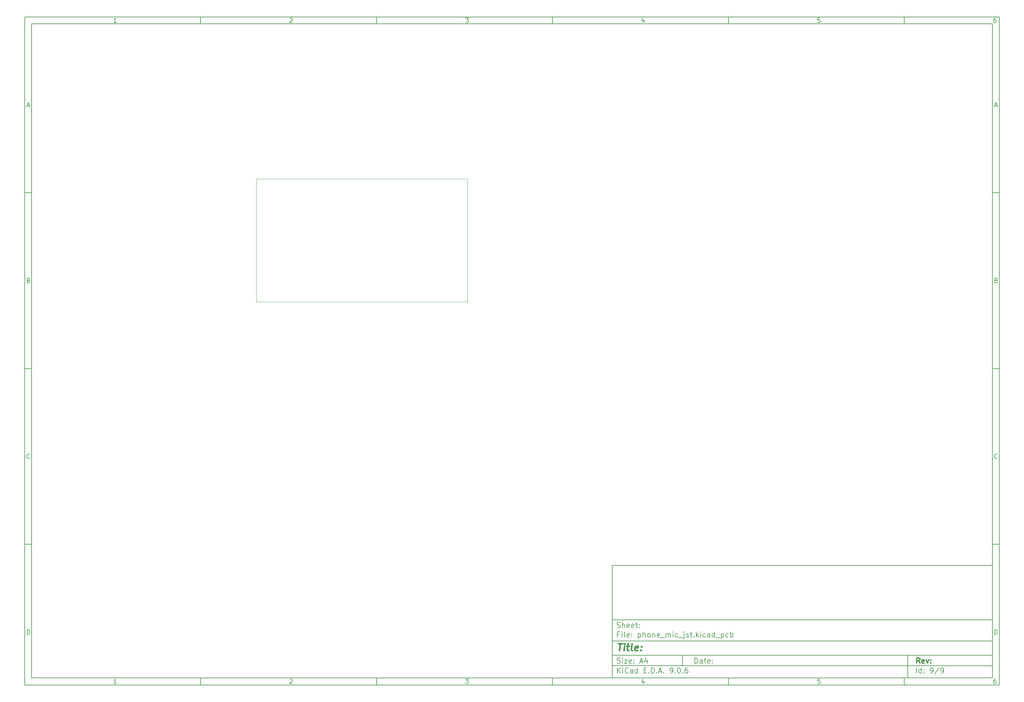
<source format=gm1>
%TF.GenerationSoftware,KiCad,Pcbnew,9.0.6-9.0.6~ubuntu24.04.1*%
%TF.CreationDate,2025-11-30T17:34:31+01:00*%
%TF.ProjectId,phone_mic_jst,70686f6e-655f-46d6-9963-5f6a73742e6b,rev?*%
%TF.SameCoordinates,Original*%
%TF.FileFunction,Profile,NP*%
%FSLAX46Y46*%
G04 Gerber Fmt 4.6, Leading zero omitted, Abs format (unit mm)*
G04 Created by KiCad (PCBNEW 9.0.6-9.0.6~ubuntu24.04.1) date 2025-11-30 17:34:31*
%MOMM*%
%LPD*%
G01*
G04 APERTURE LIST*
%ADD10C,0.100000*%
%ADD11C,0.150000*%
%ADD12C,0.300000*%
%ADD13C,0.400000*%
%TA.AperFunction,Profile*%
%ADD14C,0.050000*%
%TD*%
G04 APERTURE END LIST*
D10*
D11*
X177002200Y-166007200D02*
X285002200Y-166007200D01*
X285002200Y-198007200D01*
X177002200Y-198007200D01*
X177002200Y-166007200D01*
D10*
D11*
X10000000Y-10000000D02*
X287002200Y-10000000D01*
X287002200Y-200007200D01*
X10000000Y-200007200D01*
X10000000Y-10000000D01*
D10*
D11*
X12000000Y-12000000D02*
X285002200Y-12000000D01*
X285002200Y-198007200D01*
X12000000Y-198007200D01*
X12000000Y-12000000D01*
D10*
D11*
X60000000Y-12000000D02*
X60000000Y-10000000D01*
D10*
D11*
X110000000Y-12000000D02*
X110000000Y-10000000D01*
D10*
D11*
X160000000Y-12000000D02*
X160000000Y-10000000D01*
D10*
D11*
X210000000Y-12000000D02*
X210000000Y-10000000D01*
D10*
D11*
X260000000Y-12000000D02*
X260000000Y-10000000D01*
D10*
D11*
X36089160Y-11593604D02*
X35346303Y-11593604D01*
X35717731Y-11593604D02*
X35717731Y-10293604D01*
X35717731Y-10293604D02*
X35593922Y-10479319D01*
X35593922Y-10479319D02*
X35470112Y-10603128D01*
X35470112Y-10603128D02*
X35346303Y-10665033D01*
D10*
D11*
X85346303Y-10417414D02*
X85408207Y-10355509D01*
X85408207Y-10355509D02*
X85532017Y-10293604D01*
X85532017Y-10293604D02*
X85841541Y-10293604D01*
X85841541Y-10293604D02*
X85965350Y-10355509D01*
X85965350Y-10355509D02*
X86027255Y-10417414D01*
X86027255Y-10417414D02*
X86089160Y-10541223D01*
X86089160Y-10541223D02*
X86089160Y-10665033D01*
X86089160Y-10665033D02*
X86027255Y-10850747D01*
X86027255Y-10850747D02*
X85284398Y-11593604D01*
X85284398Y-11593604D02*
X86089160Y-11593604D01*
D10*
D11*
X135284398Y-10293604D02*
X136089160Y-10293604D01*
X136089160Y-10293604D02*
X135655826Y-10788842D01*
X135655826Y-10788842D02*
X135841541Y-10788842D01*
X135841541Y-10788842D02*
X135965350Y-10850747D01*
X135965350Y-10850747D02*
X136027255Y-10912652D01*
X136027255Y-10912652D02*
X136089160Y-11036461D01*
X136089160Y-11036461D02*
X136089160Y-11345985D01*
X136089160Y-11345985D02*
X136027255Y-11469795D01*
X136027255Y-11469795D02*
X135965350Y-11531700D01*
X135965350Y-11531700D02*
X135841541Y-11593604D01*
X135841541Y-11593604D02*
X135470112Y-11593604D01*
X135470112Y-11593604D02*
X135346303Y-11531700D01*
X135346303Y-11531700D02*
X135284398Y-11469795D01*
D10*
D11*
X185965350Y-10726938D02*
X185965350Y-11593604D01*
X185655826Y-10231700D02*
X185346303Y-11160271D01*
X185346303Y-11160271D02*
X186151064Y-11160271D01*
D10*
D11*
X236027255Y-10293604D02*
X235408207Y-10293604D01*
X235408207Y-10293604D02*
X235346303Y-10912652D01*
X235346303Y-10912652D02*
X235408207Y-10850747D01*
X235408207Y-10850747D02*
X235532017Y-10788842D01*
X235532017Y-10788842D02*
X235841541Y-10788842D01*
X235841541Y-10788842D02*
X235965350Y-10850747D01*
X235965350Y-10850747D02*
X236027255Y-10912652D01*
X236027255Y-10912652D02*
X236089160Y-11036461D01*
X236089160Y-11036461D02*
X236089160Y-11345985D01*
X236089160Y-11345985D02*
X236027255Y-11469795D01*
X236027255Y-11469795D02*
X235965350Y-11531700D01*
X235965350Y-11531700D02*
X235841541Y-11593604D01*
X235841541Y-11593604D02*
X235532017Y-11593604D01*
X235532017Y-11593604D02*
X235408207Y-11531700D01*
X235408207Y-11531700D02*
X235346303Y-11469795D01*
D10*
D11*
X285965350Y-10293604D02*
X285717731Y-10293604D01*
X285717731Y-10293604D02*
X285593922Y-10355509D01*
X285593922Y-10355509D02*
X285532017Y-10417414D01*
X285532017Y-10417414D02*
X285408207Y-10603128D01*
X285408207Y-10603128D02*
X285346303Y-10850747D01*
X285346303Y-10850747D02*
X285346303Y-11345985D01*
X285346303Y-11345985D02*
X285408207Y-11469795D01*
X285408207Y-11469795D02*
X285470112Y-11531700D01*
X285470112Y-11531700D02*
X285593922Y-11593604D01*
X285593922Y-11593604D02*
X285841541Y-11593604D01*
X285841541Y-11593604D02*
X285965350Y-11531700D01*
X285965350Y-11531700D02*
X286027255Y-11469795D01*
X286027255Y-11469795D02*
X286089160Y-11345985D01*
X286089160Y-11345985D02*
X286089160Y-11036461D01*
X286089160Y-11036461D02*
X286027255Y-10912652D01*
X286027255Y-10912652D02*
X285965350Y-10850747D01*
X285965350Y-10850747D02*
X285841541Y-10788842D01*
X285841541Y-10788842D02*
X285593922Y-10788842D01*
X285593922Y-10788842D02*
X285470112Y-10850747D01*
X285470112Y-10850747D02*
X285408207Y-10912652D01*
X285408207Y-10912652D02*
X285346303Y-11036461D01*
D10*
D11*
X60000000Y-198007200D02*
X60000000Y-200007200D01*
D10*
D11*
X110000000Y-198007200D02*
X110000000Y-200007200D01*
D10*
D11*
X160000000Y-198007200D02*
X160000000Y-200007200D01*
D10*
D11*
X210000000Y-198007200D02*
X210000000Y-200007200D01*
D10*
D11*
X260000000Y-198007200D02*
X260000000Y-200007200D01*
D10*
D11*
X36089160Y-199600804D02*
X35346303Y-199600804D01*
X35717731Y-199600804D02*
X35717731Y-198300804D01*
X35717731Y-198300804D02*
X35593922Y-198486519D01*
X35593922Y-198486519D02*
X35470112Y-198610328D01*
X35470112Y-198610328D02*
X35346303Y-198672233D01*
D10*
D11*
X85346303Y-198424614D02*
X85408207Y-198362709D01*
X85408207Y-198362709D02*
X85532017Y-198300804D01*
X85532017Y-198300804D02*
X85841541Y-198300804D01*
X85841541Y-198300804D02*
X85965350Y-198362709D01*
X85965350Y-198362709D02*
X86027255Y-198424614D01*
X86027255Y-198424614D02*
X86089160Y-198548423D01*
X86089160Y-198548423D02*
X86089160Y-198672233D01*
X86089160Y-198672233D02*
X86027255Y-198857947D01*
X86027255Y-198857947D02*
X85284398Y-199600804D01*
X85284398Y-199600804D02*
X86089160Y-199600804D01*
D10*
D11*
X135284398Y-198300804D02*
X136089160Y-198300804D01*
X136089160Y-198300804D02*
X135655826Y-198796042D01*
X135655826Y-198796042D02*
X135841541Y-198796042D01*
X135841541Y-198796042D02*
X135965350Y-198857947D01*
X135965350Y-198857947D02*
X136027255Y-198919852D01*
X136027255Y-198919852D02*
X136089160Y-199043661D01*
X136089160Y-199043661D02*
X136089160Y-199353185D01*
X136089160Y-199353185D02*
X136027255Y-199476995D01*
X136027255Y-199476995D02*
X135965350Y-199538900D01*
X135965350Y-199538900D02*
X135841541Y-199600804D01*
X135841541Y-199600804D02*
X135470112Y-199600804D01*
X135470112Y-199600804D02*
X135346303Y-199538900D01*
X135346303Y-199538900D02*
X135284398Y-199476995D01*
D10*
D11*
X185965350Y-198734138D02*
X185965350Y-199600804D01*
X185655826Y-198238900D02*
X185346303Y-199167471D01*
X185346303Y-199167471D02*
X186151064Y-199167471D01*
D10*
D11*
X236027255Y-198300804D02*
X235408207Y-198300804D01*
X235408207Y-198300804D02*
X235346303Y-198919852D01*
X235346303Y-198919852D02*
X235408207Y-198857947D01*
X235408207Y-198857947D02*
X235532017Y-198796042D01*
X235532017Y-198796042D02*
X235841541Y-198796042D01*
X235841541Y-198796042D02*
X235965350Y-198857947D01*
X235965350Y-198857947D02*
X236027255Y-198919852D01*
X236027255Y-198919852D02*
X236089160Y-199043661D01*
X236089160Y-199043661D02*
X236089160Y-199353185D01*
X236089160Y-199353185D02*
X236027255Y-199476995D01*
X236027255Y-199476995D02*
X235965350Y-199538900D01*
X235965350Y-199538900D02*
X235841541Y-199600804D01*
X235841541Y-199600804D02*
X235532017Y-199600804D01*
X235532017Y-199600804D02*
X235408207Y-199538900D01*
X235408207Y-199538900D02*
X235346303Y-199476995D01*
D10*
D11*
X285965350Y-198300804D02*
X285717731Y-198300804D01*
X285717731Y-198300804D02*
X285593922Y-198362709D01*
X285593922Y-198362709D02*
X285532017Y-198424614D01*
X285532017Y-198424614D02*
X285408207Y-198610328D01*
X285408207Y-198610328D02*
X285346303Y-198857947D01*
X285346303Y-198857947D02*
X285346303Y-199353185D01*
X285346303Y-199353185D02*
X285408207Y-199476995D01*
X285408207Y-199476995D02*
X285470112Y-199538900D01*
X285470112Y-199538900D02*
X285593922Y-199600804D01*
X285593922Y-199600804D02*
X285841541Y-199600804D01*
X285841541Y-199600804D02*
X285965350Y-199538900D01*
X285965350Y-199538900D02*
X286027255Y-199476995D01*
X286027255Y-199476995D02*
X286089160Y-199353185D01*
X286089160Y-199353185D02*
X286089160Y-199043661D01*
X286089160Y-199043661D02*
X286027255Y-198919852D01*
X286027255Y-198919852D02*
X285965350Y-198857947D01*
X285965350Y-198857947D02*
X285841541Y-198796042D01*
X285841541Y-198796042D02*
X285593922Y-198796042D01*
X285593922Y-198796042D02*
X285470112Y-198857947D01*
X285470112Y-198857947D02*
X285408207Y-198919852D01*
X285408207Y-198919852D02*
X285346303Y-199043661D01*
D10*
D11*
X10000000Y-60000000D02*
X12000000Y-60000000D01*
D10*
D11*
X10000000Y-110000000D02*
X12000000Y-110000000D01*
D10*
D11*
X10000000Y-160000000D02*
X12000000Y-160000000D01*
D10*
D11*
X10690476Y-35222176D02*
X11309523Y-35222176D01*
X10566666Y-35593604D02*
X10999999Y-34293604D01*
X10999999Y-34293604D02*
X11433333Y-35593604D01*
D10*
D11*
X11092857Y-84912652D02*
X11278571Y-84974557D01*
X11278571Y-84974557D02*
X11340476Y-85036461D01*
X11340476Y-85036461D02*
X11402380Y-85160271D01*
X11402380Y-85160271D02*
X11402380Y-85345985D01*
X11402380Y-85345985D02*
X11340476Y-85469795D01*
X11340476Y-85469795D02*
X11278571Y-85531700D01*
X11278571Y-85531700D02*
X11154761Y-85593604D01*
X11154761Y-85593604D02*
X10659523Y-85593604D01*
X10659523Y-85593604D02*
X10659523Y-84293604D01*
X10659523Y-84293604D02*
X11092857Y-84293604D01*
X11092857Y-84293604D02*
X11216666Y-84355509D01*
X11216666Y-84355509D02*
X11278571Y-84417414D01*
X11278571Y-84417414D02*
X11340476Y-84541223D01*
X11340476Y-84541223D02*
X11340476Y-84665033D01*
X11340476Y-84665033D02*
X11278571Y-84788842D01*
X11278571Y-84788842D02*
X11216666Y-84850747D01*
X11216666Y-84850747D02*
X11092857Y-84912652D01*
X11092857Y-84912652D02*
X10659523Y-84912652D01*
D10*
D11*
X11402380Y-135469795D02*
X11340476Y-135531700D01*
X11340476Y-135531700D02*
X11154761Y-135593604D01*
X11154761Y-135593604D02*
X11030952Y-135593604D01*
X11030952Y-135593604D02*
X10845238Y-135531700D01*
X10845238Y-135531700D02*
X10721428Y-135407890D01*
X10721428Y-135407890D02*
X10659523Y-135284080D01*
X10659523Y-135284080D02*
X10597619Y-135036461D01*
X10597619Y-135036461D02*
X10597619Y-134850747D01*
X10597619Y-134850747D02*
X10659523Y-134603128D01*
X10659523Y-134603128D02*
X10721428Y-134479319D01*
X10721428Y-134479319D02*
X10845238Y-134355509D01*
X10845238Y-134355509D02*
X11030952Y-134293604D01*
X11030952Y-134293604D02*
X11154761Y-134293604D01*
X11154761Y-134293604D02*
X11340476Y-134355509D01*
X11340476Y-134355509D02*
X11402380Y-134417414D01*
D10*
D11*
X10659523Y-185593604D02*
X10659523Y-184293604D01*
X10659523Y-184293604D02*
X10969047Y-184293604D01*
X10969047Y-184293604D02*
X11154761Y-184355509D01*
X11154761Y-184355509D02*
X11278571Y-184479319D01*
X11278571Y-184479319D02*
X11340476Y-184603128D01*
X11340476Y-184603128D02*
X11402380Y-184850747D01*
X11402380Y-184850747D02*
X11402380Y-185036461D01*
X11402380Y-185036461D02*
X11340476Y-185284080D01*
X11340476Y-185284080D02*
X11278571Y-185407890D01*
X11278571Y-185407890D02*
X11154761Y-185531700D01*
X11154761Y-185531700D02*
X10969047Y-185593604D01*
X10969047Y-185593604D02*
X10659523Y-185593604D01*
D10*
D11*
X287002200Y-60000000D02*
X285002200Y-60000000D01*
D10*
D11*
X287002200Y-110000000D02*
X285002200Y-110000000D01*
D10*
D11*
X287002200Y-160000000D02*
X285002200Y-160000000D01*
D10*
D11*
X285692676Y-35222176D02*
X286311723Y-35222176D01*
X285568866Y-35593604D02*
X286002199Y-34293604D01*
X286002199Y-34293604D02*
X286435533Y-35593604D01*
D10*
D11*
X286095057Y-84912652D02*
X286280771Y-84974557D01*
X286280771Y-84974557D02*
X286342676Y-85036461D01*
X286342676Y-85036461D02*
X286404580Y-85160271D01*
X286404580Y-85160271D02*
X286404580Y-85345985D01*
X286404580Y-85345985D02*
X286342676Y-85469795D01*
X286342676Y-85469795D02*
X286280771Y-85531700D01*
X286280771Y-85531700D02*
X286156961Y-85593604D01*
X286156961Y-85593604D02*
X285661723Y-85593604D01*
X285661723Y-85593604D02*
X285661723Y-84293604D01*
X285661723Y-84293604D02*
X286095057Y-84293604D01*
X286095057Y-84293604D02*
X286218866Y-84355509D01*
X286218866Y-84355509D02*
X286280771Y-84417414D01*
X286280771Y-84417414D02*
X286342676Y-84541223D01*
X286342676Y-84541223D02*
X286342676Y-84665033D01*
X286342676Y-84665033D02*
X286280771Y-84788842D01*
X286280771Y-84788842D02*
X286218866Y-84850747D01*
X286218866Y-84850747D02*
X286095057Y-84912652D01*
X286095057Y-84912652D02*
X285661723Y-84912652D01*
D10*
D11*
X286404580Y-135469795D02*
X286342676Y-135531700D01*
X286342676Y-135531700D02*
X286156961Y-135593604D01*
X286156961Y-135593604D02*
X286033152Y-135593604D01*
X286033152Y-135593604D02*
X285847438Y-135531700D01*
X285847438Y-135531700D02*
X285723628Y-135407890D01*
X285723628Y-135407890D02*
X285661723Y-135284080D01*
X285661723Y-135284080D02*
X285599819Y-135036461D01*
X285599819Y-135036461D02*
X285599819Y-134850747D01*
X285599819Y-134850747D02*
X285661723Y-134603128D01*
X285661723Y-134603128D02*
X285723628Y-134479319D01*
X285723628Y-134479319D02*
X285847438Y-134355509D01*
X285847438Y-134355509D02*
X286033152Y-134293604D01*
X286033152Y-134293604D02*
X286156961Y-134293604D01*
X286156961Y-134293604D02*
X286342676Y-134355509D01*
X286342676Y-134355509D02*
X286404580Y-134417414D01*
D10*
D11*
X285661723Y-185593604D02*
X285661723Y-184293604D01*
X285661723Y-184293604D02*
X285971247Y-184293604D01*
X285971247Y-184293604D02*
X286156961Y-184355509D01*
X286156961Y-184355509D02*
X286280771Y-184479319D01*
X286280771Y-184479319D02*
X286342676Y-184603128D01*
X286342676Y-184603128D02*
X286404580Y-184850747D01*
X286404580Y-184850747D02*
X286404580Y-185036461D01*
X286404580Y-185036461D02*
X286342676Y-185284080D01*
X286342676Y-185284080D02*
X286280771Y-185407890D01*
X286280771Y-185407890D02*
X286156961Y-185531700D01*
X286156961Y-185531700D02*
X285971247Y-185593604D01*
X285971247Y-185593604D02*
X285661723Y-185593604D01*
D10*
D11*
X200458026Y-193793328D02*
X200458026Y-192293328D01*
X200458026Y-192293328D02*
X200815169Y-192293328D01*
X200815169Y-192293328D02*
X201029455Y-192364757D01*
X201029455Y-192364757D02*
X201172312Y-192507614D01*
X201172312Y-192507614D02*
X201243741Y-192650471D01*
X201243741Y-192650471D02*
X201315169Y-192936185D01*
X201315169Y-192936185D02*
X201315169Y-193150471D01*
X201315169Y-193150471D02*
X201243741Y-193436185D01*
X201243741Y-193436185D02*
X201172312Y-193579042D01*
X201172312Y-193579042D02*
X201029455Y-193721900D01*
X201029455Y-193721900D02*
X200815169Y-193793328D01*
X200815169Y-193793328D02*
X200458026Y-193793328D01*
X202600884Y-193793328D02*
X202600884Y-193007614D01*
X202600884Y-193007614D02*
X202529455Y-192864757D01*
X202529455Y-192864757D02*
X202386598Y-192793328D01*
X202386598Y-192793328D02*
X202100884Y-192793328D01*
X202100884Y-192793328D02*
X201958026Y-192864757D01*
X202600884Y-193721900D02*
X202458026Y-193793328D01*
X202458026Y-193793328D02*
X202100884Y-193793328D01*
X202100884Y-193793328D02*
X201958026Y-193721900D01*
X201958026Y-193721900D02*
X201886598Y-193579042D01*
X201886598Y-193579042D02*
X201886598Y-193436185D01*
X201886598Y-193436185D02*
X201958026Y-193293328D01*
X201958026Y-193293328D02*
X202100884Y-193221900D01*
X202100884Y-193221900D02*
X202458026Y-193221900D01*
X202458026Y-193221900D02*
X202600884Y-193150471D01*
X203100884Y-192793328D02*
X203672312Y-192793328D01*
X203315169Y-192293328D02*
X203315169Y-193579042D01*
X203315169Y-193579042D02*
X203386598Y-193721900D01*
X203386598Y-193721900D02*
X203529455Y-193793328D01*
X203529455Y-193793328D02*
X203672312Y-193793328D01*
X204743741Y-193721900D02*
X204600884Y-193793328D01*
X204600884Y-193793328D02*
X204315170Y-193793328D01*
X204315170Y-193793328D02*
X204172312Y-193721900D01*
X204172312Y-193721900D02*
X204100884Y-193579042D01*
X204100884Y-193579042D02*
X204100884Y-193007614D01*
X204100884Y-193007614D02*
X204172312Y-192864757D01*
X204172312Y-192864757D02*
X204315170Y-192793328D01*
X204315170Y-192793328D02*
X204600884Y-192793328D01*
X204600884Y-192793328D02*
X204743741Y-192864757D01*
X204743741Y-192864757D02*
X204815170Y-193007614D01*
X204815170Y-193007614D02*
X204815170Y-193150471D01*
X204815170Y-193150471D02*
X204100884Y-193293328D01*
X205458026Y-193650471D02*
X205529455Y-193721900D01*
X205529455Y-193721900D02*
X205458026Y-193793328D01*
X205458026Y-193793328D02*
X205386598Y-193721900D01*
X205386598Y-193721900D02*
X205458026Y-193650471D01*
X205458026Y-193650471D02*
X205458026Y-193793328D01*
X205458026Y-192864757D02*
X205529455Y-192936185D01*
X205529455Y-192936185D02*
X205458026Y-193007614D01*
X205458026Y-193007614D02*
X205386598Y-192936185D01*
X205386598Y-192936185D02*
X205458026Y-192864757D01*
X205458026Y-192864757D02*
X205458026Y-193007614D01*
D10*
D11*
X177002200Y-194507200D02*
X285002200Y-194507200D01*
D10*
D11*
X178458026Y-196593328D02*
X178458026Y-195093328D01*
X179315169Y-196593328D02*
X178672312Y-195736185D01*
X179315169Y-195093328D02*
X178458026Y-195950471D01*
X179958026Y-196593328D02*
X179958026Y-195593328D01*
X179958026Y-195093328D02*
X179886598Y-195164757D01*
X179886598Y-195164757D02*
X179958026Y-195236185D01*
X179958026Y-195236185D02*
X180029455Y-195164757D01*
X180029455Y-195164757D02*
X179958026Y-195093328D01*
X179958026Y-195093328D02*
X179958026Y-195236185D01*
X181529455Y-196450471D02*
X181458027Y-196521900D01*
X181458027Y-196521900D02*
X181243741Y-196593328D01*
X181243741Y-196593328D02*
X181100884Y-196593328D01*
X181100884Y-196593328D02*
X180886598Y-196521900D01*
X180886598Y-196521900D02*
X180743741Y-196379042D01*
X180743741Y-196379042D02*
X180672312Y-196236185D01*
X180672312Y-196236185D02*
X180600884Y-195950471D01*
X180600884Y-195950471D02*
X180600884Y-195736185D01*
X180600884Y-195736185D02*
X180672312Y-195450471D01*
X180672312Y-195450471D02*
X180743741Y-195307614D01*
X180743741Y-195307614D02*
X180886598Y-195164757D01*
X180886598Y-195164757D02*
X181100884Y-195093328D01*
X181100884Y-195093328D02*
X181243741Y-195093328D01*
X181243741Y-195093328D02*
X181458027Y-195164757D01*
X181458027Y-195164757D02*
X181529455Y-195236185D01*
X182815170Y-196593328D02*
X182815170Y-195807614D01*
X182815170Y-195807614D02*
X182743741Y-195664757D01*
X182743741Y-195664757D02*
X182600884Y-195593328D01*
X182600884Y-195593328D02*
X182315170Y-195593328D01*
X182315170Y-195593328D02*
X182172312Y-195664757D01*
X182815170Y-196521900D02*
X182672312Y-196593328D01*
X182672312Y-196593328D02*
X182315170Y-196593328D01*
X182315170Y-196593328D02*
X182172312Y-196521900D01*
X182172312Y-196521900D02*
X182100884Y-196379042D01*
X182100884Y-196379042D02*
X182100884Y-196236185D01*
X182100884Y-196236185D02*
X182172312Y-196093328D01*
X182172312Y-196093328D02*
X182315170Y-196021900D01*
X182315170Y-196021900D02*
X182672312Y-196021900D01*
X182672312Y-196021900D02*
X182815170Y-195950471D01*
X184172313Y-196593328D02*
X184172313Y-195093328D01*
X184172313Y-196521900D02*
X184029455Y-196593328D01*
X184029455Y-196593328D02*
X183743741Y-196593328D01*
X183743741Y-196593328D02*
X183600884Y-196521900D01*
X183600884Y-196521900D02*
X183529455Y-196450471D01*
X183529455Y-196450471D02*
X183458027Y-196307614D01*
X183458027Y-196307614D02*
X183458027Y-195879042D01*
X183458027Y-195879042D02*
X183529455Y-195736185D01*
X183529455Y-195736185D02*
X183600884Y-195664757D01*
X183600884Y-195664757D02*
X183743741Y-195593328D01*
X183743741Y-195593328D02*
X184029455Y-195593328D01*
X184029455Y-195593328D02*
X184172313Y-195664757D01*
X186029455Y-195807614D02*
X186529455Y-195807614D01*
X186743741Y-196593328D02*
X186029455Y-196593328D01*
X186029455Y-196593328D02*
X186029455Y-195093328D01*
X186029455Y-195093328D02*
X186743741Y-195093328D01*
X187386598Y-196450471D02*
X187458027Y-196521900D01*
X187458027Y-196521900D02*
X187386598Y-196593328D01*
X187386598Y-196593328D02*
X187315170Y-196521900D01*
X187315170Y-196521900D02*
X187386598Y-196450471D01*
X187386598Y-196450471D02*
X187386598Y-196593328D01*
X188100884Y-196593328D02*
X188100884Y-195093328D01*
X188100884Y-195093328D02*
X188458027Y-195093328D01*
X188458027Y-195093328D02*
X188672313Y-195164757D01*
X188672313Y-195164757D02*
X188815170Y-195307614D01*
X188815170Y-195307614D02*
X188886599Y-195450471D01*
X188886599Y-195450471D02*
X188958027Y-195736185D01*
X188958027Y-195736185D02*
X188958027Y-195950471D01*
X188958027Y-195950471D02*
X188886599Y-196236185D01*
X188886599Y-196236185D02*
X188815170Y-196379042D01*
X188815170Y-196379042D02*
X188672313Y-196521900D01*
X188672313Y-196521900D02*
X188458027Y-196593328D01*
X188458027Y-196593328D02*
X188100884Y-196593328D01*
X189600884Y-196450471D02*
X189672313Y-196521900D01*
X189672313Y-196521900D02*
X189600884Y-196593328D01*
X189600884Y-196593328D02*
X189529456Y-196521900D01*
X189529456Y-196521900D02*
X189600884Y-196450471D01*
X189600884Y-196450471D02*
X189600884Y-196593328D01*
X190243742Y-196164757D02*
X190958028Y-196164757D01*
X190100885Y-196593328D02*
X190600885Y-195093328D01*
X190600885Y-195093328D02*
X191100885Y-196593328D01*
X191600884Y-196450471D02*
X191672313Y-196521900D01*
X191672313Y-196521900D02*
X191600884Y-196593328D01*
X191600884Y-196593328D02*
X191529456Y-196521900D01*
X191529456Y-196521900D02*
X191600884Y-196450471D01*
X191600884Y-196450471D02*
X191600884Y-196593328D01*
X193529456Y-196593328D02*
X193815170Y-196593328D01*
X193815170Y-196593328D02*
X193958027Y-196521900D01*
X193958027Y-196521900D02*
X194029456Y-196450471D01*
X194029456Y-196450471D02*
X194172313Y-196236185D01*
X194172313Y-196236185D02*
X194243742Y-195950471D01*
X194243742Y-195950471D02*
X194243742Y-195379042D01*
X194243742Y-195379042D02*
X194172313Y-195236185D01*
X194172313Y-195236185D02*
X194100885Y-195164757D01*
X194100885Y-195164757D02*
X193958027Y-195093328D01*
X193958027Y-195093328D02*
X193672313Y-195093328D01*
X193672313Y-195093328D02*
X193529456Y-195164757D01*
X193529456Y-195164757D02*
X193458027Y-195236185D01*
X193458027Y-195236185D02*
X193386599Y-195379042D01*
X193386599Y-195379042D02*
X193386599Y-195736185D01*
X193386599Y-195736185D02*
X193458027Y-195879042D01*
X193458027Y-195879042D02*
X193529456Y-195950471D01*
X193529456Y-195950471D02*
X193672313Y-196021900D01*
X193672313Y-196021900D02*
X193958027Y-196021900D01*
X193958027Y-196021900D02*
X194100885Y-195950471D01*
X194100885Y-195950471D02*
X194172313Y-195879042D01*
X194172313Y-195879042D02*
X194243742Y-195736185D01*
X194886598Y-196450471D02*
X194958027Y-196521900D01*
X194958027Y-196521900D02*
X194886598Y-196593328D01*
X194886598Y-196593328D02*
X194815170Y-196521900D01*
X194815170Y-196521900D02*
X194886598Y-196450471D01*
X194886598Y-196450471D02*
X194886598Y-196593328D01*
X195886599Y-195093328D02*
X196029456Y-195093328D01*
X196029456Y-195093328D02*
X196172313Y-195164757D01*
X196172313Y-195164757D02*
X196243742Y-195236185D01*
X196243742Y-195236185D02*
X196315170Y-195379042D01*
X196315170Y-195379042D02*
X196386599Y-195664757D01*
X196386599Y-195664757D02*
X196386599Y-196021900D01*
X196386599Y-196021900D02*
X196315170Y-196307614D01*
X196315170Y-196307614D02*
X196243742Y-196450471D01*
X196243742Y-196450471D02*
X196172313Y-196521900D01*
X196172313Y-196521900D02*
X196029456Y-196593328D01*
X196029456Y-196593328D02*
X195886599Y-196593328D01*
X195886599Y-196593328D02*
X195743742Y-196521900D01*
X195743742Y-196521900D02*
X195672313Y-196450471D01*
X195672313Y-196450471D02*
X195600884Y-196307614D01*
X195600884Y-196307614D02*
X195529456Y-196021900D01*
X195529456Y-196021900D02*
X195529456Y-195664757D01*
X195529456Y-195664757D02*
X195600884Y-195379042D01*
X195600884Y-195379042D02*
X195672313Y-195236185D01*
X195672313Y-195236185D02*
X195743742Y-195164757D01*
X195743742Y-195164757D02*
X195886599Y-195093328D01*
X197029455Y-196450471D02*
X197100884Y-196521900D01*
X197100884Y-196521900D02*
X197029455Y-196593328D01*
X197029455Y-196593328D02*
X196958027Y-196521900D01*
X196958027Y-196521900D02*
X197029455Y-196450471D01*
X197029455Y-196450471D02*
X197029455Y-196593328D01*
X198386599Y-195093328D02*
X198100884Y-195093328D01*
X198100884Y-195093328D02*
X197958027Y-195164757D01*
X197958027Y-195164757D02*
X197886599Y-195236185D01*
X197886599Y-195236185D02*
X197743741Y-195450471D01*
X197743741Y-195450471D02*
X197672313Y-195736185D01*
X197672313Y-195736185D02*
X197672313Y-196307614D01*
X197672313Y-196307614D02*
X197743741Y-196450471D01*
X197743741Y-196450471D02*
X197815170Y-196521900D01*
X197815170Y-196521900D02*
X197958027Y-196593328D01*
X197958027Y-196593328D02*
X198243741Y-196593328D01*
X198243741Y-196593328D02*
X198386599Y-196521900D01*
X198386599Y-196521900D02*
X198458027Y-196450471D01*
X198458027Y-196450471D02*
X198529456Y-196307614D01*
X198529456Y-196307614D02*
X198529456Y-195950471D01*
X198529456Y-195950471D02*
X198458027Y-195807614D01*
X198458027Y-195807614D02*
X198386599Y-195736185D01*
X198386599Y-195736185D02*
X198243741Y-195664757D01*
X198243741Y-195664757D02*
X197958027Y-195664757D01*
X197958027Y-195664757D02*
X197815170Y-195736185D01*
X197815170Y-195736185D02*
X197743741Y-195807614D01*
X197743741Y-195807614D02*
X197672313Y-195950471D01*
D10*
D11*
X177002200Y-191507200D02*
X285002200Y-191507200D01*
D10*
D12*
X264413853Y-193785528D02*
X263913853Y-193071242D01*
X263556710Y-193785528D02*
X263556710Y-192285528D01*
X263556710Y-192285528D02*
X264128139Y-192285528D01*
X264128139Y-192285528D02*
X264270996Y-192356957D01*
X264270996Y-192356957D02*
X264342425Y-192428385D01*
X264342425Y-192428385D02*
X264413853Y-192571242D01*
X264413853Y-192571242D02*
X264413853Y-192785528D01*
X264413853Y-192785528D02*
X264342425Y-192928385D01*
X264342425Y-192928385D02*
X264270996Y-192999814D01*
X264270996Y-192999814D02*
X264128139Y-193071242D01*
X264128139Y-193071242D02*
X263556710Y-193071242D01*
X265628139Y-193714100D02*
X265485282Y-193785528D01*
X265485282Y-193785528D02*
X265199568Y-193785528D01*
X265199568Y-193785528D02*
X265056710Y-193714100D01*
X265056710Y-193714100D02*
X264985282Y-193571242D01*
X264985282Y-193571242D02*
X264985282Y-192999814D01*
X264985282Y-192999814D02*
X265056710Y-192856957D01*
X265056710Y-192856957D02*
X265199568Y-192785528D01*
X265199568Y-192785528D02*
X265485282Y-192785528D01*
X265485282Y-192785528D02*
X265628139Y-192856957D01*
X265628139Y-192856957D02*
X265699568Y-192999814D01*
X265699568Y-192999814D02*
X265699568Y-193142671D01*
X265699568Y-193142671D02*
X264985282Y-193285528D01*
X266199567Y-192785528D02*
X266556710Y-193785528D01*
X266556710Y-193785528D02*
X266913853Y-192785528D01*
X267485281Y-193642671D02*
X267556710Y-193714100D01*
X267556710Y-193714100D02*
X267485281Y-193785528D01*
X267485281Y-193785528D02*
X267413853Y-193714100D01*
X267413853Y-193714100D02*
X267485281Y-193642671D01*
X267485281Y-193642671D02*
X267485281Y-193785528D01*
X267485281Y-192856957D02*
X267556710Y-192928385D01*
X267556710Y-192928385D02*
X267485281Y-192999814D01*
X267485281Y-192999814D02*
X267413853Y-192928385D01*
X267413853Y-192928385D02*
X267485281Y-192856957D01*
X267485281Y-192856957D02*
X267485281Y-192999814D01*
D10*
D11*
X178386598Y-193721900D02*
X178600884Y-193793328D01*
X178600884Y-193793328D02*
X178958026Y-193793328D01*
X178958026Y-193793328D02*
X179100884Y-193721900D01*
X179100884Y-193721900D02*
X179172312Y-193650471D01*
X179172312Y-193650471D02*
X179243741Y-193507614D01*
X179243741Y-193507614D02*
X179243741Y-193364757D01*
X179243741Y-193364757D02*
X179172312Y-193221900D01*
X179172312Y-193221900D02*
X179100884Y-193150471D01*
X179100884Y-193150471D02*
X178958026Y-193079042D01*
X178958026Y-193079042D02*
X178672312Y-193007614D01*
X178672312Y-193007614D02*
X178529455Y-192936185D01*
X178529455Y-192936185D02*
X178458026Y-192864757D01*
X178458026Y-192864757D02*
X178386598Y-192721900D01*
X178386598Y-192721900D02*
X178386598Y-192579042D01*
X178386598Y-192579042D02*
X178458026Y-192436185D01*
X178458026Y-192436185D02*
X178529455Y-192364757D01*
X178529455Y-192364757D02*
X178672312Y-192293328D01*
X178672312Y-192293328D02*
X179029455Y-192293328D01*
X179029455Y-192293328D02*
X179243741Y-192364757D01*
X179886597Y-193793328D02*
X179886597Y-192793328D01*
X179886597Y-192293328D02*
X179815169Y-192364757D01*
X179815169Y-192364757D02*
X179886597Y-192436185D01*
X179886597Y-192436185D02*
X179958026Y-192364757D01*
X179958026Y-192364757D02*
X179886597Y-192293328D01*
X179886597Y-192293328D02*
X179886597Y-192436185D01*
X180458026Y-192793328D02*
X181243741Y-192793328D01*
X181243741Y-192793328D02*
X180458026Y-193793328D01*
X180458026Y-193793328D02*
X181243741Y-193793328D01*
X182386598Y-193721900D02*
X182243741Y-193793328D01*
X182243741Y-193793328D02*
X181958027Y-193793328D01*
X181958027Y-193793328D02*
X181815169Y-193721900D01*
X181815169Y-193721900D02*
X181743741Y-193579042D01*
X181743741Y-193579042D02*
X181743741Y-193007614D01*
X181743741Y-193007614D02*
X181815169Y-192864757D01*
X181815169Y-192864757D02*
X181958027Y-192793328D01*
X181958027Y-192793328D02*
X182243741Y-192793328D01*
X182243741Y-192793328D02*
X182386598Y-192864757D01*
X182386598Y-192864757D02*
X182458027Y-193007614D01*
X182458027Y-193007614D02*
X182458027Y-193150471D01*
X182458027Y-193150471D02*
X181743741Y-193293328D01*
X183100883Y-193650471D02*
X183172312Y-193721900D01*
X183172312Y-193721900D02*
X183100883Y-193793328D01*
X183100883Y-193793328D02*
X183029455Y-193721900D01*
X183029455Y-193721900D02*
X183100883Y-193650471D01*
X183100883Y-193650471D02*
X183100883Y-193793328D01*
X183100883Y-192864757D02*
X183172312Y-192936185D01*
X183172312Y-192936185D02*
X183100883Y-193007614D01*
X183100883Y-193007614D02*
X183029455Y-192936185D01*
X183029455Y-192936185D02*
X183100883Y-192864757D01*
X183100883Y-192864757D02*
X183100883Y-193007614D01*
X184886598Y-193364757D02*
X185600884Y-193364757D01*
X184743741Y-193793328D02*
X185243741Y-192293328D01*
X185243741Y-192293328D02*
X185743741Y-193793328D01*
X186886598Y-192793328D02*
X186886598Y-193793328D01*
X186529455Y-192221900D02*
X186172312Y-193293328D01*
X186172312Y-193293328D02*
X187100883Y-193293328D01*
D10*
D11*
X263458026Y-196593328D02*
X263458026Y-195093328D01*
X264815170Y-196593328D02*
X264815170Y-195093328D01*
X264815170Y-196521900D02*
X264672312Y-196593328D01*
X264672312Y-196593328D02*
X264386598Y-196593328D01*
X264386598Y-196593328D02*
X264243741Y-196521900D01*
X264243741Y-196521900D02*
X264172312Y-196450471D01*
X264172312Y-196450471D02*
X264100884Y-196307614D01*
X264100884Y-196307614D02*
X264100884Y-195879042D01*
X264100884Y-195879042D02*
X264172312Y-195736185D01*
X264172312Y-195736185D02*
X264243741Y-195664757D01*
X264243741Y-195664757D02*
X264386598Y-195593328D01*
X264386598Y-195593328D02*
X264672312Y-195593328D01*
X264672312Y-195593328D02*
X264815170Y-195664757D01*
X265529455Y-196450471D02*
X265600884Y-196521900D01*
X265600884Y-196521900D02*
X265529455Y-196593328D01*
X265529455Y-196593328D02*
X265458027Y-196521900D01*
X265458027Y-196521900D02*
X265529455Y-196450471D01*
X265529455Y-196450471D02*
X265529455Y-196593328D01*
X265529455Y-195664757D02*
X265600884Y-195736185D01*
X265600884Y-195736185D02*
X265529455Y-195807614D01*
X265529455Y-195807614D02*
X265458027Y-195736185D01*
X265458027Y-195736185D02*
X265529455Y-195664757D01*
X265529455Y-195664757D02*
X265529455Y-195807614D01*
X267458027Y-196593328D02*
X267743741Y-196593328D01*
X267743741Y-196593328D02*
X267886598Y-196521900D01*
X267886598Y-196521900D02*
X267958027Y-196450471D01*
X267958027Y-196450471D02*
X268100884Y-196236185D01*
X268100884Y-196236185D02*
X268172313Y-195950471D01*
X268172313Y-195950471D02*
X268172313Y-195379042D01*
X268172313Y-195379042D02*
X268100884Y-195236185D01*
X268100884Y-195236185D02*
X268029456Y-195164757D01*
X268029456Y-195164757D02*
X267886598Y-195093328D01*
X267886598Y-195093328D02*
X267600884Y-195093328D01*
X267600884Y-195093328D02*
X267458027Y-195164757D01*
X267458027Y-195164757D02*
X267386598Y-195236185D01*
X267386598Y-195236185D02*
X267315170Y-195379042D01*
X267315170Y-195379042D02*
X267315170Y-195736185D01*
X267315170Y-195736185D02*
X267386598Y-195879042D01*
X267386598Y-195879042D02*
X267458027Y-195950471D01*
X267458027Y-195950471D02*
X267600884Y-196021900D01*
X267600884Y-196021900D02*
X267886598Y-196021900D01*
X267886598Y-196021900D02*
X268029456Y-195950471D01*
X268029456Y-195950471D02*
X268100884Y-195879042D01*
X268100884Y-195879042D02*
X268172313Y-195736185D01*
X269886598Y-195021900D02*
X268600884Y-196950471D01*
X270458027Y-196593328D02*
X270743741Y-196593328D01*
X270743741Y-196593328D02*
X270886598Y-196521900D01*
X270886598Y-196521900D02*
X270958027Y-196450471D01*
X270958027Y-196450471D02*
X271100884Y-196236185D01*
X271100884Y-196236185D02*
X271172313Y-195950471D01*
X271172313Y-195950471D02*
X271172313Y-195379042D01*
X271172313Y-195379042D02*
X271100884Y-195236185D01*
X271100884Y-195236185D02*
X271029456Y-195164757D01*
X271029456Y-195164757D02*
X270886598Y-195093328D01*
X270886598Y-195093328D02*
X270600884Y-195093328D01*
X270600884Y-195093328D02*
X270458027Y-195164757D01*
X270458027Y-195164757D02*
X270386598Y-195236185D01*
X270386598Y-195236185D02*
X270315170Y-195379042D01*
X270315170Y-195379042D02*
X270315170Y-195736185D01*
X270315170Y-195736185D02*
X270386598Y-195879042D01*
X270386598Y-195879042D02*
X270458027Y-195950471D01*
X270458027Y-195950471D02*
X270600884Y-196021900D01*
X270600884Y-196021900D02*
X270886598Y-196021900D01*
X270886598Y-196021900D02*
X271029456Y-195950471D01*
X271029456Y-195950471D02*
X271100884Y-195879042D01*
X271100884Y-195879042D02*
X271172313Y-195736185D01*
D10*
D11*
X177002200Y-187507200D02*
X285002200Y-187507200D01*
D10*
D13*
X178693928Y-188211638D02*
X179836785Y-188211638D01*
X179015357Y-190211638D02*
X179265357Y-188211638D01*
X180253452Y-190211638D02*
X180420119Y-188878304D01*
X180503452Y-188211638D02*
X180396309Y-188306876D01*
X180396309Y-188306876D02*
X180479643Y-188402114D01*
X180479643Y-188402114D02*
X180586786Y-188306876D01*
X180586786Y-188306876D02*
X180503452Y-188211638D01*
X180503452Y-188211638D02*
X180479643Y-188402114D01*
X181086786Y-188878304D02*
X181848690Y-188878304D01*
X181455833Y-188211638D02*
X181241548Y-189925923D01*
X181241548Y-189925923D02*
X181312976Y-190116400D01*
X181312976Y-190116400D02*
X181491548Y-190211638D01*
X181491548Y-190211638D02*
X181682024Y-190211638D01*
X182634405Y-190211638D02*
X182455833Y-190116400D01*
X182455833Y-190116400D02*
X182384405Y-189925923D01*
X182384405Y-189925923D02*
X182598690Y-188211638D01*
X184170119Y-190116400D02*
X183967738Y-190211638D01*
X183967738Y-190211638D02*
X183586785Y-190211638D01*
X183586785Y-190211638D02*
X183408214Y-190116400D01*
X183408214Y-190116400D02*
X183336785Y-189925923D01*
X183336785Y-189925923D02*
X183432024Y-189164019D01*
X183432024Y-189164019D02*
X183551071Y-188973542D01*
X183551071Y-188973542D02*
X183753452Y-188878304D01*
X183753452Y-188878304D02*
X184134404Y-188878304D01*
X184134404Y-188878304D02*
X184312976Y-188973542D01*
X184312976Y-188973542D02*
X184384404Y-189164019D01*
X184384404Y-189164019D02*
X184360595Y-189354495D01*
X184360595Y-189354495D02*
X183384404Y-189544971D01*
X185134405Y-190021161D02*
X185217738Y-190116400D01*
X185217738Y-190116400D02*
X185110595Y-190211638D01*
X185110595Y-190211638D02*
X185027262Y-190116400D01*
X185027262Y-190116400D02*
X185134405Y-190021161D01*
X185134405Y-190021161D02*
X185110595Y-190211638D01*
X185265357Y-188973542D02*
X185348690Y-189068780D01*
X185348690Y-189068780D02*
X185241548Y-189164019D01*
X185241548Y-189164019D02*
X185158214Y-189068780D01*
X185158214Y-189068780D02*
X185265357Y-188973542D01*
X185265357Y-188973542D02*
X185241548Y-189164019D01*
D10*
D11*
X178958026Y-185607614D02*
X178458026Y-185607614D01*
X178458026Y-186393328D02*
X178458026Y-184893328D01*
X178458026Y-184893328D02*
X179172312Y-184893328D01*
X179743740Y-186393328D02*
X179743740Y-185393328D01*
X179743740Y-184893328D02*
X179672312Y-184964757D01*
X179672312Y-184964757D02*
X179743740Y-185036185D01*
X179743740Y-185036185D02*
X179815169Y-184964757D01*
X179815169Y-184964757D02*
X179743740Y-184893328D01*
X179743740Y-184893328D02*
X179743740Y-185036185D01*
X180672312Y-186393328D02*
X180529455Y-186321900D01*
X180529455Y-186321900D02*
X180458026Y-186179042D01*
X180458026Y-186179042D02*
X180458026Y-184893328D01*
X181815169Y-186321900D02*
X181672312Y-186393328D01*
X181672312Y-186393328D02*
X181386598Y-186393328D01*
X181386598Y-186393328D02*
X181243740Y-186321900D01*
X181243740Y-186321900D02*
X181172312Y-186179042D01*
X181172312Y-186179042D02*
X181172312Y-185607614D01*
X181172312Y-185607614D02*
X181243740Y-185464757D01*
X181243740Y-185464757D02*
X181386598Y-185393328D01*
X181386598Y-185393328D02*
X181672312Y-185393328D01*
X181672312Y-185393328D02*
X181815169Y-185464757D01*
X181815169Y-185464757D02*
X181886598Y-185607614D01*
X181886598Y-185607614D02*
X181886598Y-185750471D01*
X181886598Y-185750471D02*
X181172312Y-185893328D01*
X182529454Y-186250471D02*
X182600883Y-186321900D01*
X182600883Y-186321900D02*
X182529454Y-186393328D01*
X182529454Y-186393328D02*
X182458026Y-186321900D01*
X182458026Y-186321900D02*
X182529454Y-186250471D01*
X182529454Y-186250471D02*
X182529454Y-186393328D01*
X182529454Y-185464757D02*
X182600883Y-185536185D01*
X182600883Y-185536185D02*
X182529454Y-185607614D01*
X182529454Y-185607614D02*
X182458026Y-185536185D01*
X182458026Y-185536185D02*
X182529454Y-185464757D01*
X182529454Y-185464757D02*
X182529454Y-185607614D01*
X184386597Y-185393328D02*
X184386597Y-186893328D01*
X184386597Y-185464757D02*
X184529455Y-185393328D01*
X184529455Y-185393328D02*
X184815169Y-185393328D01*
X184815169Y-185393328D02*
X184958026Y-185464757D01*
X184958026Y-185464757D02*
X185029455Y-185536185D01*
X185029455Y-185536185D02*
X185100883Y-185679042D01*
X185100883Y-185679042D02*
X185100883Y-186107614D01*
X185100883Y-186107614D02*
X185029455Y-186250471D01*
X185029455Y-186250471D02*
X184958026Y-186321900D01*
X184958026Y-186321900D02*
X184815169Y-186393328D01*
X184815169Y-186393328D02*
X184529455Y-186393328D01*
X184529455Y-186393328D02*
X184386597Y-186321900D01*
X185743740Y-186393328D02*
X185743740Y-184893328D01*
X186386598Y-186393328D02*
X186386598Y-185607614D01*
X186386598Y-185607614D02*
X186315169Y-185464757D01*
X186315169Y-185464757D02*
X186172312Y-185393328D01*
X186172312Y-185393328D02*
X185958026Y-185393328D01*
X185958026Y-185393328D02*
X185815169Y-185464757D01*
X185815169Y-185464757D02*
X185743740Y-185536185D01*
X187315169Y-186393328D02*
X187172312Y-186321900D01*
X187172312Y-186321900D02*
X187100883Y-186250471D01*
X187100883Y-186250471D02*
X187029455Y-186107614D01*
X187029455Y-186107614D02*
X187029455Y-185679042D01*
X187029455Y-185679042D02*
X187100883Y-185536185D01*
X187100883Y-185536185D02*
X187172312Y-185464757D01*
X187172312Y-185464757D02*
X187315169Y-185393328D01*
X187315169Y-185393328D02*
X187529455Y-185393328D01*
X187529455Y-185393328D02*
X187672312Y-185464757D01*
X187672312Y-185464757D02*
X187743741Y-185536185D01*
X187743741Y-185536185D02*
X187815169Y-185679042D01*
X187815169Y-185679042D02*
X187815169Y-186107614D01*
X187815169Y-186107614D02*
X187743741Y-186250471D01*
X187743741Y-186250471D02*
X187672312Y-186321900D01*
X187672312Y-186321900D02*
X187529455Y-186393328D01*
X187529455Y-186393328D02*
X187315169Y-186393328D01*
X188458026Y-185393328D02*
X188458026Y-186393328D01*
X188458026Y-185536185D02*
X188529455Y-185464757D01*
X188529455Y-185464757D02*
X188672312Y-185393328D01*
X188672312Y-185393328D02*
X188886598Y-185393328D01*
X188886598Y-185393328D02*
X189029455Y-185464757D01*
X189029455Y-185464757D02*
X189100884Y-185607614D01*
X189100884Y-185607614D02*
X189100884Y-186393328D01*
X190386598Y-186321900D02*
X190243741Y-186393328D01*
X190243741Y-186393328D02*
X189958027Y-186393328D01*
X189958027Y-186393328D02*
X189815169Y-186321900D01*
X189815169Y-186321900D02*
X189743741Y-186179042D01*
X189743741Y-186179042D02*
X189743741Y-185607614D01*
X189743741Y-185607614D02*
X189815169Y-185464757D01*
X189815169Y-185464757D02*
X189958027Y-185393328D01*
X189958027Y-185393328D02*
X190243741Y-185393328D01*
X190243741Y-185393328D02*
X190386598Y-185464757D01*
X190386598Y-185464757D02*
X190458027Y-185607614D01*
X190458027Y-185607614D02*
X190458027Y-185750471D01*
X190458027Y-185750471D02*
X189743741Y-185893328D01*
X190743741Y-186536185D02*
X191886598Y-186536185D01*
X192243740Y-186393328D02*
X192243740Y-185393328D01*
X192243740Y-185536185D02*
X192315169Y-185464757D01*
X192315169Y-185464757D02*
X192458026Y-185393328D01*
X192458026Y-185393328D02*
X192672312Y-185393328D01*
X192672312Y-185393328D02*
X192815169Y-185464757D01*
X192815169Y-185464757D02*
X192886598Y-185607614D01*
X192886598Y-185607614D02*
X192886598Y-186393328D01*
X192886598Y-185607614D02*
X192958026Y-185464757D01*
X192958026Y-185464757D02*
X193100883Y-185393328D01*
X193100883Y-185393328D02*
X193315169Y-185393328D01*
X193315169Y-185393328D02*
X193458026Y-185464757D01*
X193458026Y-185464757D02*
X193529455Y-185607614D01*
X193529455Y-185607614D02*
X193529455Y-186393328D01*
X194243740Y-186393328D02*
X194243740Y-185393328D01*
X194243740Y-184893328D02*
X194172312Y-184964757D01*
X194172312Y-184964757D02*
X194243740Y-185036185D01*
X194243740Y-185036185D02*
X194315169Y-184964757D01*
X194315169Y-184964757D02*
X194243740Y-184893328D01*
X194243740Y-184893328D02*
X194243740Y-185036185D01*
X195600884Y-186321900D02*
X195458026Y-186393328D01*
X195458026Y-186393328D02*
X195172312Y-186393328D01*
X195172312Y-186393328D02*
X195029455Y-186321900D01*
X195029455Y-186321900D02*
X194958026Y-186250471D01*
X194958026Y-186250471D02*
X194886598Y-186107614D01*
X194886598Y-186107614D02*
X194886598Y-185679042D01*
X194886598Y-185679042D02*
X194958026Y-185536185D01*
X194958026Y-185536185D02*
X195029455Y-185464757D01*
X195029455Y-185464757D02*
X195172312Y-185393328D01*
X195172312Y-185393328D02*
X195458026Y-185393328D01*
X195458026Y-185393328D02*
X195600884Y-185464757D01*
X195886598Y-186536185D02*
X197029455Y-186536185D01*
X197386597Y-185393328D02*
X197386597Y-186679042D01*
X197386597Y-186679042D02*
X197315169Y-186821900D01*
X197315169Y-186821900D02*
X197172312Y-186893328D01*
X197172312Y-186893328D02*
X197100883Y-186893328D01*
X197386597Y-184893328D02*
X197315169Y-184964757D01*
X197315169Y-184964757D02*
X197386597Y-185036185D01*
X197386597Y-185036185D02*
X197458026Y-184964757D01*
X197458026Y-184964757D02*
X197386597Y-184893328D01*
X197386597Y-184893328D02*
X197386597Y-185036185D01*
X198029455Y-186321900D02*
X198172312Y-186393328D01*
X198172312Y-186393328D02*
X198458026Y-186393328D01*
X198458026Y-186393328D02*
X198600883Y-186321900D01*
X198600883Y-186321900D02*
X198672312Y-186179042D01*
X198672312Y-186179042D02*
X198672312Y-186107614D01*
X198672312Y-186107614D02*
X198600883Y-185964757D01*
X198600883Y-185964757D02*
X198458026Y-185893328D01*
X198458026Y-185893328D02*
X198243741Y-185893328D01*
X198243741Y-185893328D02*
X198100883Y-185821900D01*
X198100883Y-185821900D02*
X198029455Y-185679042D01*
X198029455Y-185679042D02*
X198029455Y-185607614D01*
X198029455Y-185607614D02*
X198100883Y-185464757D01*
X198100883Y-185464757D02*
X198243741Y-185393328D01*
X198243741Y-185393328D02*
X198458026Y-185393328D01*
X198458026Y-185393328D02*
X198600883Y-185464757D01*
X199100884Y-185393328D02*
X199672312Y-185393328D01*
X199315169Y-184893328D02*
X199315169Y-186179042D01*
X199315169Y-186179042D02*
X199386598Y-186321900D01*
X199386598Y-186321900D02*
X199529455Y-186393328D01*
X199529455Y-186393328D02*
X199672312Y-186393328D01*
X200172312Y-186250471D02*
X200243741Y-186321900D01*
X200243741Y-186321900D02*
X200172312Y-186393328D01*
X200172312Y-186393328D02*
X200100884Y-186321900D01*
X200100884Y-186321900D02*
X200172312Y-186250471D01*
X200172312Y-186250471D02*
X200172312Y-186393328D01*
X200886598Y-186393328D02*
X200886598Y-184893328D01*
X201029456Y-185821900D02*
X201458027Y-186393328D01*
X201458027Y-185393328D02*
X200886598Y-185964757D01*
X202100884Y-186393328D02*
X202100884Y-185393328D01*
X202100884Y-184893328D02*
X202029456Y-184964757D01*
X202029456Y-184964757D02*
X202100884Y-185036185D01*
X202100884Y-185036185D02*
X202172313Y-184964757D01*
X202172313Y-184964757D02*
X202100884Y-184893328D01*
X202100884Y-184893328D02*
X202100884Y-185036185D01*
X203458028Y-186321900D02*
X203315170Y-186393328D01*
X203315170Y-186393328D02*
X203029456Y-186393328D01*
X203029456Y-186393328D02*
X202886599Y-186321900D01*
X202886599Y-186321900D02*
X202815170Y-186250471D01*
X202815170Y-186250471D02*
X202743742Y-186107614D01*
X202743742Y-186107614D02*
X202743742Y-185679042D01*
X202743742Y-185679042D02*
X202815170Y-185536185D01*
X202815170Y-185536185D02*
X202886599Y-185464757D01*
X202886599Y-185464757D02*
X203029456Y-185393328D01*
X203029456Y-185393328D02*
X203315170Y-185393328D01*
X203315170Y-185393328D02*
X203458028Y-185464757D01*
X204743742Y-186393328D02*
X204743742Y-185607614D01*
X204743742Y-185607614D02*
X204672313Y-185464757D01*
X204672313Y-185464757D02*
X204529456Y-185393328D01*
X204529456Y-185393328D02*
X204243742Y-185393328D01*
X204243742Y-185393328D02*
X204100884Y-185464757D01*
X204743742Y-186321900D02*
X204600884Y-186393328D01*
X204600884Y-186393328D02*
X204243742Y-186393328D01*
X204243742Y-186393328D02*
X204100884Y-186321900D01*
X204100884Y-186321900D02*
X204029456Y-186179042D01*
X204029456Y-186179042D02*
X204029456Y-186036185D01*
X204029456Y-186036185D02*
X204100884Y-185893328D01*
X204100884Y-185893328D02*
X204243742Y-185821900D01*
X204243742Y-185821900D02*
X204600884Y-185821900D01*
X204600884Y-185821900D02*
X204743742Y-185750471D01*
X206100885Y-186393328D02*
X206100885Y-184893328D01*
X206100885Y-186321900D02*
X205958027Y-186393328D01*
X205958027Y-186393328D02*
X205672313Y-186393328D01*
X205672313Y-186393328D02*
X205529456Y-186321900D01*
X205529456Y-186321900D02*
X205458027Y-186250471D01*
X205458027Y-186250471D02*
X205386599Y-186107614D01*
X205386599Y-186107614D02*
X205386599Y-185679042D01*
X205386599Y-185679042D02*
X205458027Y-185536185D01*
X205458027Y-185536185D02*
X205529456Y-185464757D01*
X205529456Y-185464757D02*
X205672313Y-185393328D01*
X205672313Y-185393328D02*
X205958027Y-185393328D01*
X205958027Y-185393328D02*
X206100885Y-185464757D01*
X206458028Y-186536185D02*
X207600885Y-186536185D01*
X207958027Y-185393328D02*
X207958027Y-186893328D01*
X207958027Y-185464757D02*
X208100885Y-185393328D01*
X208100885Y-185393328D02*
X208386599Y-185393328D01*
X208386599Y-185393328D02*
X208529456Y-185464757D01*
X208529456Y-185464757D02*
X208600885Y-185536185D01*
X208600885Y-185536185D02*
X208672313Y-185679042D01*
X208672313Y-185679042D02*
X208672313Y-186107614D01*
X208672313Y-186107614D02*
X208600885Y-186250471D01*
X208600885Y-186250471D02*
X208529456Y-186321900D01*
X208529456Y-186321900D02*
X208386599Y-186393328D01*
X208386599Y-186393328D02*
X208100885Y-186393328D01*
X208100885Y-186393328D02*
X207958027Y-186321900D01*
X209958028Y-186321900D02*
X209815170Y-186393328D01*
X209815170Y-186393328D02*
X209529456Y-186393328D01*
X209529456Y-186393328D02*
X209386599Y-186321900D01*
X209386599Y-186321900D02*
X209315170Y-186250471D01*
X209315170Y-186250471D02*
X209243742Y-186107614D01*
X209243742Y-186107614D02*
X209243742Y-185679042D01*
X209243742Y-185679042D02*
X209315170Y-185536185D01*
X209315170Y-185536185D02*
X209386599Y-185464757D01*
X209386599Y-185464757D02*
X209529456Y-185393328D01*
X209529456Y-185393328D02*
X209815170Y-185393328D01*
X209815170Y-185393328D02*
X209958028Y-185464757D01*
X210600884Y-186393328D02*
X210600884Y-184893328D01*
X210600884Y-185464757D02*
X210743742Y-185393328D01*
X210743742Y-185393328D02*
X211029456Y-185393328D01*
X211029456Y-185393328D02*
X211172313Y-185464757D01*
X211172313Y-185464757D02*
X211243742Y-185536185D01*
X211243742Y-185536185D02*
X211315170Y-185679042D01*
X211315170Y-185679042D02*
X211315170Y-186107614D01*
X211315170Y-186107614D02*
X211243742Y-186250471D01*
X211243742Y-186250471D02*
X211172313Y-186321900D01*
X211172313Y-186321900D02*
X211029456Y-186393328D01*
X211029456Y-186393328D02*
X210743742Y-186393328D01*
X210743742Y-186393328D02*
X210600884Y-186321900D01*
D10*
D11*
X177002200Y-181507200D02*
X285002200Y-181507200D01*
D10*
D11*
X178386598Y-183621900D02*
X178600884Y-183693328D01*
X178600884Y-183693328D02*
X178958026Y-183693328D01*
X178958026Y-183693328D02*
X179100884Y-183621900D01*
X179100884Y-183621900D02*
X179172312Y-183550471D01*
X179172312Y-183550471D02*
X179243741Y-183407614D01*
X179243741Y-183407614D02*
X179243741Y-183264757D01*
X179243741Y-183264757D02*
X179172312Y-183121900D01*
X179172312Y-183121900D02*
X179100884Y-183050471D01*
X179100884Y-183050471D02*
X178958026Y-182979042D01*
X178958026Y-182979042D02*
X178672312Y-182907614D01*
X178672312Y-182907614D02*
X178529455Y-182836185D01*
X178529455Y-182836185D02*
X178458026Y-182764757D01*
X178458026Y-182764757D02*
X178386598Y-182621900D01*
X178386598Y-182621900D02*
X178386598Y-182479042D01*
X178386598Y-182479042D02*
X178458026Y-182336185D01*
X178458026Y-182336185D02*
X178529455Y-182264757D01*
X178529455Y-182264757D02*
X178672312Y-182193328D01*
X178672312Y-182193328D02*
X179029455Y-182193328D01*
X179029455Y-182193328D02*
X179243741Y-182264757D01*
X179886597Y-183693328D02*
X179886597Y-182193328D01*
X180529455Y-183693328D02*
X180529455Y-182907614D01*
X180529455Y-182907614D02*
X180458026Y-182764757D01*
X180458026Y-182764757D02*
X180315169Y-182693328D01*
X180315169Y-182693328D02*
X180100883Y-182693328D01*
X180100883Y-182693328D02*
X179958026Y-182764757D01*
X179958026Y-182764757D02*
X179886597Y-182836185D01*
X181815169Y-183621900D02*
X181672312Y-183693328D01*
X181672312Y-183693328D02*
X181386598Y-183693328D01*
X181386598Y-183693328D02*
X181243740Y-183621900D01*
X181243740Y-183621900D02*
X181172312Y-183479042D01*
X181172312Y-183479042D02*
X181172312Y-182907614D01*
X181172312Y-182907614D02*
X181243740Y-182764757D01*
X181243740Y-182764757D02*
X181386598Y-182693328D01*
X181386598Y-182693328D02*
X181672312Y-182693328D01*
X181672312Y-182693328D02*
X181815169Y-182764757D01*
X181815169Y-182764757D02*
X181886598Y-182907614D01*
X181886598Y-182907614D02*
X181886598Y-183050471D01*
X181886598Y-183050471D02*
X181172312Y-183193328D01*
X183100883Y-183621900D02*
X182958026Y-183693328D01*
X182958026Y-183693328D02*
X182672312Y-183693328D01*
X182672312Y-183693328D02*
X182529454Y-183621900D01*
X182529454Y-183621900D02*
X182458026Y-183479042D01*
X182458026Y-183479042D02*
X182458026Y-182907614D01*
X182458026Y-182907614D02*
X182529454Y-182764757D01*
X182529454Y-182764757D02*
X182672312Y-182693328D01*
X182672312Y-182693328D02*
X182958026Y-182693328D01*
X182958026Y-182693328D02*
X183100883Y-182764757D01*
X183100883Y-182764757D02*
X183172312Y-182907614D01*
X183172312Y-182907614D02*
X183172312Y-183050471D01*
X183172312Y-183050471D02*
X182458026Y-183193328D01*
X183600883Y-182693328D02*
X184172311Y-182693328D01*
X183815168Y-182193328D02*
X183815168Y-183479042D01*
X183815168Y-183479042D02*
X183886597Y-183621900D01*
X183886597Y-183621900D02*
X184029454Y-183693328D01*
X184029454Y-183693328D02*
X184172311Y-183693328D01*
X184672311Y-183550471D02*
X184743740Y-183621900D01*
X184743740Y-183621900D02*
X184672311Y-183693328D01*
X184672311Y-183693328D02*
X184600883Y-183621900D01*
X184600883Y-183621900D02*
X184672311Y-183550471D01*
X184672311Y-183550471D02*
X184672311Y-183693328D01*
X184672311Y-182764757D02*
X184743740Y-182836185D01*
X184743740Y-182836185D02*
X184672311Y-182907614D01*
X184672311Y-182907614D02*
X184600883Y-182836185D01*
X184600883Y-182836185D02*
X184672311Y-182764757D01*
X184672311Y-182764757D02*
X184672311Y-182907614D01*
D10*
D11*
X197002200Y-191507200D02*
X197002200Y-194507200D01*
D10*
D11*
X261002200Y-191507200D02*
X261002200Y-198007200D01*
D14*
X75850000Y-56050000D02*
X135850000Y-56050000D01*
X135850000Y-91050000D01*
X75850000Y-91050000D01*
X75850000Y-56050000D01*
M02*

</source>
